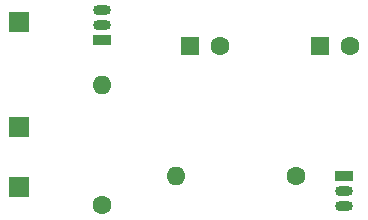
<source format=gts>
%TF.GenerationSoftware,KiCad,Pcbnew,9.0.5*%
%TF.CreationDate,2026-01-24T20:46:11+00:00*%
%TF.ProjectId,Spectrum 48K Video Mod,53706563-7472-4756-9d20-34384b205669,1.0*%
%TF.SameCoordinates,Original*%
%TF.FileFunction,Soldermask,Top*%
%TF.FilePolarity,Negative*%
%FSLAX46Y46*%
G04 Gerber Fmt 4.6, Leading zero omitted, Abs format (unit mm)*
G04 Created by KiCad (PCBNEW 9.0.5) date 2026-01-24 20:46:11*
%MOMM*%
%LPD*%
G01*
G04 APERTURE LIST*
%ADD10R,1.600000X1.600000*%
%ADD11C,1.600000*%
%ADD12R,1.700000X1.700000*%
%ADD13R,1.500000X0.900000*%
%ADD14O,1.500000X0.900000*%
%ADD15O,1.600000X1.600000*%
G04 APERTURE END LIST*
D10*
%TO.C,C1*%
X125000000Y-98500000D03*
D11*
X127500000Y-98500000D03*
%TD*%
D10*
%TO.C,C2*%
X136000000Y-98500000D03*
D11*
X138500000Y-98500000D03*
%TD*%
D12*
%TO.C,P1*%
X110490000Y-110490000D03*
%TD*%
%TO.C,P2*%
X110490000Y-105410000D03*
%TD*%
%TO.C,P3*%
X110490000Y-96520000D03*
%TD*%
D13*
%TO.C,Q1*%
X117500000Y-98000000D03*
D14*
X117500000Y-96730000D03*
X117500000Y-95460000D03*
%TD*%
D13*
%TO.C,Q2*%
X138000000Y-109500000D03*
D14*
X138000000Y-110770000D03*
X138000000Y-112040000D03*
%TD*%
D11*
%TO.C,R1*%
X117500000Y-112000000D03*
D15*
X117500000Y-101840000D03*
%TD*%
D11*
%TO.C,R2*%
X134000000Y-109500000D03*
D15*
X123840000Y-109500000D03*
%TD*%
M02*

</source>
